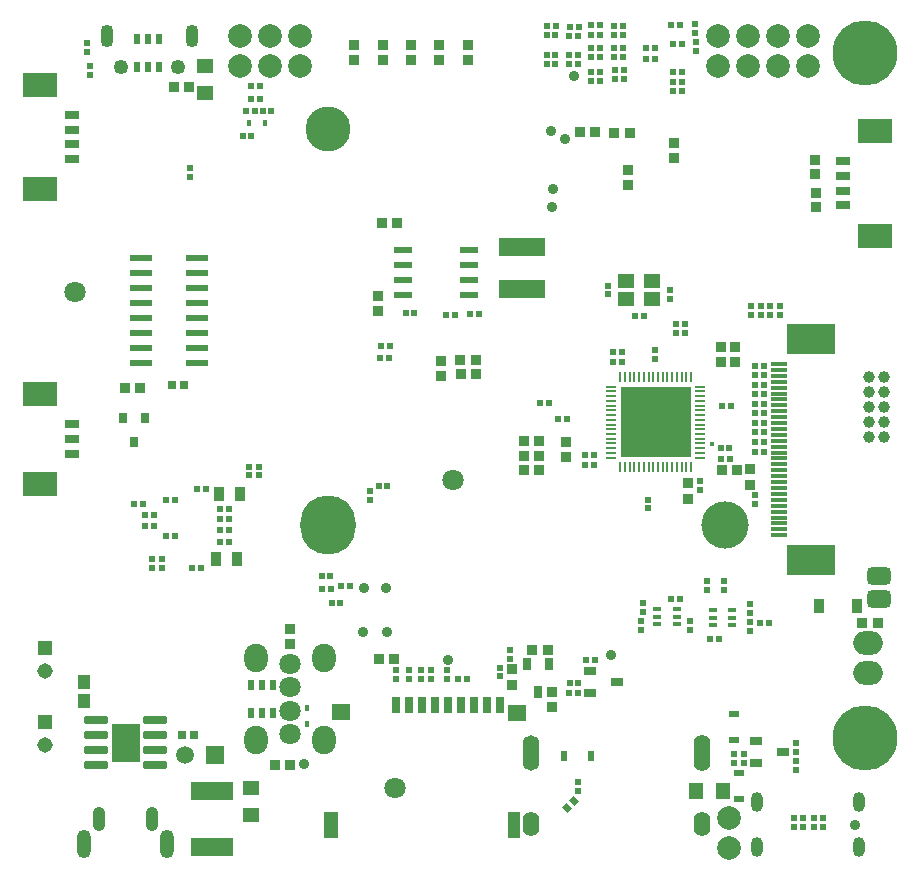
<source format=gbr>
%TF.GenerationSoftware,Altium Limited,Altium Designer,23.1.1 (15)*%
G04 Layer_Color=255*
%FSLAX45Y45*%
%MOMM*%
%TF.SameCoordinates,8C37DE4A-61E0-4A85-99FC-D0A1A2E6B02F*%
%TF.FilePolarity,Positive*%
%TF.FileFunction,Pads,Bot*%
%TF.Part,Single*%
G01*
G75*
%TA.AperFunction,SMDPad,CuDef*%
%ADD15R,0.80606X0.85822*%
%ADD16R,0.80000X0.90000*%
%ADD23R,0.85822X0.80606*%
%ADD24R,0.81280X0.93980*%
%ADD25R,3.00000X2.10000*%
%ADD31R,0.93980X0.81280*%
%TA.AperFunction,TestPad*%
%ADD35C,0.88900*%
%TA.AperFunction,SMDPad,CuDef*%
%ADD36R,0.55880X0.60960*%
%ADD38R,0.60960X0.55880*%
%ADD47R,1.45000X1.15000*%
%ADD59R,1.40000X0.30000*%
G04:AMPARAMS|DCode=62|XSize=0.8mm|YSize=0.55mm|CornerRadius=0mm|HoleSize=0mm|Usage=FLASHONLY|Rotation=90.000|XOffset=0mm|YOffset=0mm|HoleType=Round|Shape=RoundedRectangle|*
%AMROUNDEDRECTD62*
21,1,0.80000,0.55000,0,0,90.0*
21,1,0.80000,0.55000,0,0,90.0*
1,1,0.00000,0.27500,0.40000*
1,1,0.00000,0.27500,-0.40000*
1,1,0.00000,-0.27500,-0.40000*
1,1,0.00000,-0.27500,0.40000*
%
%ADD62ROUNDEDRECTD62*%
%ADD65R,0.40000X0.60000*%
%TA.AperFunction,FiducialPad,Global*%
%ADD66C,1.80000*%
%TA.AperFunction,SMDPad,CuDef*%
%ADD67R,0.83000X0.63000*%
%TA.AperFunction,ComponentPad*%
%ADD82O,1.20000X2.40000*%
%ADD83O,1.05000X2.10000*%
%ADD84C,1.50000*%
%ADD85R,1.50000X1.50000*%
%ADD86R,1.30800X1.30800*%
%ADD87C,1.30800*%
%ADD88O,2.00000X2.40000*%
%ADD89C,2.00000*%
%ADD90O,1.00000X1.70000*%
%ADD92C,5.50000*%
%ADD93O,1.10000X1.90000*%
%ADD94C,1.25000*%
%ADD95C,1.00000*%
%ADD96O,1.40000X3.00000*%
%ADD97O,1.40000X3.10000*%
%ADD98O,1.40000X2.10000*%
%ADD99C,1.80000*%
G04:AMPARAMS|DCode=100|XSize=1.5mm|YSize=2mm|CornerRadius=0.375mm|HoleSize=0mm|Usage=FLASHONLY|Rotation=90.000|XOffset=0mm|YOffset=0mm|HoleType=Round|Shape=RoundedRectangle|*
%AMROUNDEDRECTD100*
21,1,1.50000,1.25000,0,0,90.0*
21,1,0.75000,2.00000,0,0,90.0*
1,1,0.75000,0.62500,0.37500*
1,1,0.75000,0.62500,-0.37500*
1,1,0.75000,-0.62500,-0.37500*
1,1,0.75000,-0.62500,0.37500*
%
%ADD100ROUNDEDRECTD100*%
%ADD101O,2.50000X2.00000*%
%ADD104C,4.00000*%
%TA.AperFunction,SMDPad,CuDef*%
%ADD105R,0.70000X0.65000*%
%ADD106R,2.41300X3.30200*%
G04:AMPARAMS|DCode=107|XSize=1.97mm|YSize=0.6mm|CornerRadius=0.075mm|HoleSize=0mm|Usage=FLASHONLY|Rotation=180.000|XOffset=0mm|YOffset=0mm|HoleType=Round|Shape=RoundedRectangle|*
%AMROUNDEDRECTD107*
21,1,1.97000,0.45000,0,0,180.0*
21,1,1.82000,0.60000,0,0,180.0*
1,1,0.15000,-0.91000,0.22500*
1,1,0.15000,0.91000,0.22500*
1,1,0.15000,0.91000,-0.22500*
1,1,0.15000,-0.91000,-0.22500*
%
%ADD107ROUNDEDRECTD107*%
%ADD108R,1.30000X0.80000*%
%ADD109R,1.01213X1.15814*%
%ADD110R,0.76000X0.72000*%
%ADD111R,3.60000X1.52400*%
%ADD112R,1.98120X0.55880*%
%ADD113R,1.52000X0.60000*%
%ADD114R,3.98780X1.49860*%
%ADD115R,0.90000X1.30000*%
%ADD116R,0.80000X0.40000*%
%ADD117R,1.00000X2.20000*%
%ADD118R,1.20000X2.20000*%
%ADD119R,1.60000X1.40000*%
%ADD120R,0.70000X1.40000*%
%ADD121R,1.15000X1.45000*%
%ADD122R,1.05000X0.65000*%
%ADD123R,0.63000X0.83000*%
%ADD124R,0.91000X1.22000*%
%ADD125O,0.20000X1.00000*%
%ADD126O,1.00000X0.20000*%
G04:AMPARAMS|DCode=127|XSize=6mm|YSize=6mm|CornerRadius=0.15mm|HoleSize=0mm|Usage=FLASHONLY|Rotation=180.000|XOffset=0mm|YOffset=0mm|HoleType=Round|Shape=RoundedRectangle|*
%AMROUNDEDRECTD127*
21,1,6.00000,5.70000,0,0,180.0*
21,1,5.70000,6.00000,0,0,180.0*
1,1,0.30000,-2.85000,2.85000*
1,1,0.30000,2.85000,2.85000*
1,1,0.30000,2.85000,-2.85000*
1,1,0.30000,-2.85000,-2.85000*
%
%ADD127ROUNDEDRECTD127*%
%ADD128R,4.10000X2.50000*%
G04:AMPARAMS|DCode=129|XSize=0.6096mm|YSize=0.5588mm|CornerRadius=0mm|HoleSize=0mm|Usage=FLASHONLY|Rotation=135.000|XOffset=0mm|YOffset=0mm|HoleType=Round|Shape=Rectangle|*
%AMROTATEDRECTD129*
4,1,4,0.41309,-0.01796,0.01796,-0.41309,-0.41309,0.01796,-0.01796,0.41309,0.41309,-0.01796,0.0*
%
%ADD129ROTATEDRECTD129*%

%ADD130R,0.40000X0.48000*%
%ADD131R,0.65000X1.05000*%
%ADD132R,1.40000X1.15000*%
%TA.AperFunction,TestPad*%
%ADD133C,0.38100*%
%TA.AperFunction,ComponentPad*%
%ADD136O,4.70000X5.00000*%
%ADD137C,3.80000*%
D15*
X1040548Y4043680D02*
D03*
X920332D02*
D03*
D16*
X899160Y3787140D02*
D03*
X1089160D02*
D03*
X994160Y3587140D02*
D03*
D23*
X3097530Y6823292D02*
D03*
Y6943508D02*
D03*
X3337560Y6823292D02*
D03*
Y6943508D02*
D03*
X6769100Y5696368D02*
D03*
Y5576152D02*
D03*
X6758940Y5855552D02*
D03*
Y5975768D02*
D03*
X3817620Y6943508D02*
D03*
Y6823292D02*
D03*
X3577590Y6943508D02*
D03*
Y6823292D02*
D03*
X2857500Y6943508D02*
D03*
Y6823292D02*
D03*
D24*
X3220537Y5438140D02*
D03*
X3090540Y5438140D02*
D03*
X3757849Y4160774D02*
D03*
X3887846D02*
D03*
X3755309Y4277614D02*
D03*
X3885306D02*
D03*
X3065788Y1747547D02*
D03*
X3195785Y1747546D02*
D03*
X1331483Y6593493D02*
D03*
X1461480Y6593492D02*
D03*
X4899393Y6206461D02*
D03*
X4769396D02*
D03*
X5059921Y6200873D02*
D03*
X5189918D02*
D03*
X4365110Y1824846D02*
D03*
X4495107Y1824846D02*
D03*
X4293700Y3348409D02*
D03*
X4423697D02*
D03*
X4293700Y3592248D02*
D03*
X4423697D02*
D03*
X4293700Y3470328D02*
D03*
X4423697D02*
D03*
X6102217Y3349356D02*
D03*
X5972219D02*
D03*
X2183049Y853694D02*
D03*
X2313046D02*
D03*
X7159728Y2056270D02*
D03*
X7289726Y2056270D02*
D03*
D25*
X7268840Y5334000D02*
D03*
Y6219000D02*
D03*
X194260Y6611160D02*
D03*
Y5726160D02*
D03*
X194940Y3230880D02*
D03*
Y3990880D02*
D03*
D31*
X3595746Y4272026D02*
D03*
X3595746Y4142029D02*
D03*
X3062854Y4694174D02*
D03*
Y4824171D02*
D03*
X4532496Y1339251D02*
D03*
X4532496Y1469248D02*
D03*
X4653746Y3586393D02*
D03*
Y3456395D02*
D03*
X6208763Y3354406D02*
D03*
Y3224409D02*
D03*
X5685657Y3237088D02*
D03*
Y3107091D02*
D03*
X5966701Y4394231D02*
D03*
Y4264234D02*
D03*
X4193674Y1661811D02*
D03*
X4193674Y1531814D02*
D03*
X6083035Y4393268D02*
D03*
Y4263271D02*
D03*
X2313549Y2005186D02*
D03*
X2313549Y1875189D02*
D03*
X5174782Y5761966D02*
D03*
X5174783Y5891963D02*
D03*
X5566045Y6119266D02*
D03*
X5566045Y5989268D02*
D03*
D35*
X2940680Y2346960D02*
D03*
X7098660Y340360D02*
D03*
X4538340Y5727700D02*
D03*
X4525933Y6217347D02*
D03*
X3128640Y2349500D02*
D03*
X3133720Y1973580D02*
D03*
X2933060Y1976120D02*
D03*
X4535800Y5572760D02*
D03*
X4644126Y6154022D02*
D03*
X3655779Y1742212D02*
D03*
X5028742Y1779290D02*
D03*
X2435220Y855980D02*
D03*
X4720326Y6687422D02*
D03*
D36*
X5050961Y4266525D02*
D03*
X5125942D02*
D03*
X5049806Y4348093D02*
D03*
X5124787D02*
D03*
X4583642Y3783042D02*
D03*
X4658623D02*
D03*
X3912332Y4669003D02*
D03*
X3837351D02*
D03*
X3084088Y4401337D02*
D03*
X3159069D02*
D03*
X3292368Y4675657D02*
D03*
X3367349D02*
D03*
X3077891Y4300703D02*
D03*
X3152872D02*
D03*
X3632728Y4662957D02*
D03*
X3707709D02*
D03*
X2588788Y2343937D02*
D03*
X2663769D02*
D03*
X1087080Y2877820D02*
D03*
X1162080D02*
D03*
Y2969260D02*
D03*
X1087080D02*
D03*
X1070640Y3058160D02*
D03*
X995640D02*
D03*
X1558320Y2517140D02*
D03*
X1483320D02*
D03*
X1529040Y3185160D02*
D03*
X1604040D02*
D03*
X1797629Y2930677D02*
D03*
X1722648D02*
D03*
X1797629Y3014497D02*
D03*
X1722648D02*
D03*
X1800169Y2841777D02*
D03*
X1725188D02*
D03*
X1800169Y2740177D02*
D03*
X1725188D02*
D03*
X1340429Y2793517D02*
D03*
X1265448D02*
D03*
X1340429Y3093237D02*
D03*
X1265448D02*
D03*
X2156709Y6387211D02*
D03*
X2081728D02*
D03*
X1987647Y6177966D02*
D03*
X1912666D02*
D03*
X6823691Y323003D02*
D03*
X6748711D02*
D03*
X3814411Y1581333D02*
D03*
X3739430D02*
D03*
X6250590Y3504612D02*
D03*
X6325571D02*
D03*
X4428376Y3912977D02*
D03*
X4503356D02*
D03*
X4813236Y3394865D02*
D03*
X4888217D02*
D03*
X6047009Y3891246D02*
D03*
X5972028D02*
D03*
X4813236Y3474384D02*
D03*
X4888217D02*
D03*
X6367089Y2054377D02*
D03*
X6292108D02*
D03*
X2656149Y2448077D02*
D03*
X2581168D02*
D03*
X2747691Y2367763D02*
D03*
X2822672Y2367763D02*
D03*
X2666410Y2222982D02*
D03*
X2741391Y2222983D02*
D03*
X3064396Y3213604D02*
D03*
X3139376D02*
D03*
X5309426Y4655295D02*
D03*
X5234445D02*
D03*
X6250590Y4231535D02*
D03*
X6325571D02*
D03*
X5960699Y3445280D02*
D03*
X6035680D02*
D03*
X6034562Y3532605D02*
D03*
X5959582D02*
D03*
X4678718Y1459429D02*
D03*
X4753699D02*
D03*
X4756188Y1542767D02*
D03*
X4681207D02*
D03*
X4821853Y1736093D02*
D03*
X4896834D02*
D03*
X5942909Y1919757D02*
D03*
X5867928D02*
D03*
X5538734Y2256876D02*
D03*
X5613715D02*
D03*
X6823691Y403317D02*
D03*
X6748711D02*
D03*
X6582188D02*
D03*
X6657169D02*
D03*
Y323003D02*
D03*
X6582188D02*
D03*
X4763982Y7101777D02*
D03*
X4689002D02*
D03*
X4561232Y6865557D02*
D03*
X4486251D02*
D03*
X4751282Y7021462D02*
D03*
X4676302D02*
D03*
X4561232Y6785942D02*
D03*
X4486251D02*
D03*
X4938320Y6718237D02*
D03*
X4863339D02*
D03*
X5131360Y6844362D02*
D03*
X5056379D02*
D03*
X4938320Y6923977D02*
D03*
X4863339D02*
D03*
X4938320Y6639015D02*
D03*
X4863339D02*
D03*
X5131360Y6923977D02*
D03*
X5056379D02*
D03*
X4938320Y6844362D02*
D03*
X4863339D02*
D03*
X5631740Y6716180D02*
D03*
X5556759D02*
D03*
X5405629Y6920236D02*
D03*
X5330648D02*
D03*
X5618417Y7115044D02*
D03*
X5543436D02*
D03*
X4562349Y7109397D02*
D03*
X4487368D02*
D03*
X5131360D02*
D03*
X5056379D02*
D03*
X5633061Y6958445D02*
D03*
X5558080D02*
D03*
X4561232Y7029082D02*
D03*
X4486251D02*
D03*
X5131360D02*
D03*
X5056379D02*
D03*
X5405629Y6831662D02*
D03*
X5330648D02*
D03*
X5630521Y6556160D02*
D03*
X5555540D02*
D03*
X4938320Y7029082D02*
D03*
X4863339D02*
D03*
X4860194Y7118459D02*
D03*
X4935175D02*
D03*
X5631689Y6635382D02*
D03*
X5556708D02*
D03*
X1980967Y6491769D02*
D03*
X2055949D02*
D03*
X1980968Y6596069D02*
D03*
X2055948D02*
D03*
X1942868Y6387468D02*
D03*
X2017848D02*
D03*
X6250590Y4151256D02*
D03*
X6325571D02*
D03*
X6250590Y4069597D02*
D03*
X6325571D02*
D03*
X6250590Y3989319D02*
D03*
X6325571D02*
D03*
X6250590Y3909040D02*
D03*
X6325571D02*
D03*
X6250590Y3828762D02*
D03*
X6325571D02*
D03*
X6250590Y3748484D02*
D03*
X6325571D02*
D03*
X6250590Y3668206D02*
D03*
X6325571D02*
D03*
X6250590Y3584890D02*
D03*
X6325571D02*
D03*
X4676302Y6865557D02*
D03*
X4751282D02*
D03*
X4676302Y6785942D02*
D03*
X4751282D02*
D03*
D38*
X624683Y6766509D02*
D03*
Y6691528D02*
D03*
X6217280Y4661500D02*
D03*
Y4736500D02*
D03*
X6379840D02*
D03*
Y4661500D02*
D03*
X6461120Y4736500D02*
D03*
Y4661500D02*
D03*
X6298560Y4736500D02*
D03*
Y4661500D02*
D03*
X1144459Y2516762D02*
D03*
Y2591742D02*
D03*
X1233359Y2516762D02*
D03*
Y2591742D02*
D03*
X1467081Y5830507D02*
D03*
Y5905488D02*
D03*
X6159541Y865843D02*
D03*
Y940824D02*
D03*
X6070641D02*
D03*
Y865843D02*
D03*
X4093142Y1601141D02*
D03*
Y1676122D02*
D03*
X3644641Y1578448D02*
D03*
Y1653429D02*
D03*
X5529208Y4869522D02*
D03*
Y4794542D02*
D03*
X5010208Y4909594D02*
D03*
Y4834613D02*
D03*
X5402333Y4362072D02*
D03*
Y4287091D02*
D03*
X5787511Y3177601D02*
D03*
Y3252582D02*
D03*
X5662703Y4585069D02*
D03*
Y4510088D02*
D03*
X5845844Y2407088D02*
D03*
X5845845Y2332107D02*
D03*
X2987510Y3095875D02*
D03*
Y3170856D02*
D03*
X4180720Y1748679D02*
D03*
Y1823660D02*
D03*
X3322200Y1653429D02*
D03*
Y1578448D02*
D03*
X3208382Y1653429D02*
D03*
Y1578448D02*
D03*
X3426072Y1653429D02*
D03*
Y1578448D02*
D03*
X3507137D02*
D03*
Y1653429D02*
D03*
X6253950Y3136169D02*
D03*
Y3061188D02*
D03*
X6207602Y2212289D02*
D03*
Y2137308D02*
D03*
X5991702Y2407088D02*
D03*
Y2332107D02*
D03*
X6207602Y1984778D02*
D03*
Y2059758D02*
D03*
X5287157Y1996491D02*
D03*
Y2071472D02*
D03*
X5702092Y2069947D02*
D03*
Y1994966D02*
D03*
X5583480Y4510088D02*
D03*
Y4585069D02*
D03*
X5300772Y2225329D02*
D03*
Y2150348D02*
D03*
X6594846Y882471D02*
D03*
Y807491D02*
D03*
X6594846Y963481D02*
D03*
Y1038462D02*
D03*
X2049623Y3303168D02*
D03*
Y3378149D02*
D03*
X1965803Y3303168D02*
D03*
Y3378149D02*
D03*
X5064170Y6662630D02*
D03*
Y6737611D02*
D03*
X5143393Y6662630D02*
D03*
Y6737611D02*
D03*
X5741832Y7126302D02*
D03*
Y7051321D02*
D03*
X5754582Y6973448D02*
D03*
Y6898467D02*
D03*
X594401Y6960624D02*
D03*
Y6885643D02*
D03*
X5347649Y3098131D02*
D03*
Y3023150D02*
D03*
X4756753Y709991D02*
D03*
Y635010D02*
D03*
D47*
X1592204Y6772239D02*
D03*
Y6542239D02*
D03*
X1985640Y658560D02*
D03*
Y428560D02*
D03*
D59*
X6458071Y2896262D02*
D03*
Y2846262D02*
D03*
Y2946262D02*
D03*
Y2996262D02*
D03*
Y3096262D02*
D03*
Y3046262D02*
D03*
Y3396262D02*
D03*
Y3346262D02*
D03*
Y3446262D02*
D03*
X6458128Y4246604D02*
D03*
X6458071Y4096262D02*
D03*
Y3946262D02*
D03*
Y3796262D02*
D03*
Y3646262D02*
D03*
Y3496262D02*
D03*
Y2796262D02*
D03*
Y3196262D02*
D03*
Y3146262D02*
D03*
Y3246262D02*
D03*
Y3296262D02*
D03*
Y4196262D02*
D03*
Y4146262D02*
D03*
Y4046262D02*
D03*
Y3996262D02*
D03*
Y3896262D02*
D03*
Y3846262D02*
D03*
Y3746262D02*
D03*
Y3696262D02*
D03*
Y3596262D02*
D03*
Y3546262D02*
D03*
D62*
X1109851Y6760002D02*
D03*
Y6997002D02*
D03*
X1204851Y6760002D02*
D03*
X1014851Y6760002D02*
D03*
Y6997002D02*
D03*
X1204851D02*
D03*
X2077260Y1527740D02*
D03*
Y1290740D02*
D03*
X2172260D02*
D03*
Y1527740D02*
D03*
X1982260Y1290740D02*
D03*
Y1527740D02*
D03*
D65*
X1965957Y6282588D02*
D03*
X2105957D02*
D03*
D66*
X492120Y4859020D02*
D03*
X3693489Y3267138D02*
D03*
X3202300Y660400D02*
D03*
D67*
X6118220Y784600D02*
D03*
Y561600D02*
D03*
X6072500Y1059440D02*
D03*
Y1282440D02*
D03*
D82*
X571380Y182880D02*
D03*
X1271380D02*
D03*
D83*
X698880Y392880D02*
D03*
X1143880D02*
D03*
D84*
X1426840Y939800D02*
D03*
D85*
X1680840D02*
D03*
D86*
X240660Y1218540D02*
D03*
X238120Y1843380D02*
D03*
D87*
X240660Y1018540D02*
D03*
X238120Y1643380D02*
D03*
D88*
X2023000Y1060000D02*
D03*
X2603000D02*
D03*
Y1760000D02*
D03*
X2023000D02*
D03*
D89*
X6031042Y400676D02*
D03*
Y146676D02*
D03*
X6698000Y7023000D02*
D03*
X6444000D02*
D03*
X6190000D02*
D03*
X5936000D02*
D03*
Y6769000D02*
D03*
X6190000D02*
D03*
X6444000D02*
D03*
X6698000D02*
D03*
X2400080Y7023000D02*
D03*
X2146080D02*
D03*
X1892080D02*
D03*
Y6769000D02*
D03*
X2146080D02*
D03*
X2400080D02*
D03*
D90*
X6271000Y159500D02*
D03*
X7135000Y160000D02*
D03*
Y540000D02*
D03*
X6271000D02*
D03*
D92*
X7184552Y6880000D02*
D03*
Y1080000D02*
D03*
D93*
X1485002Y7025003D02*
D03*
X765002D02*
D03*
D94*
X880002Y6760003D02*
D03*
X1370002D02*
D03*
D95*
X7341000Y3882500D02*
D03*
Y3755500D02*
D03*
X7214000D02*
D03*
Y3628500D02*
D03*
Y3882500D02*
D03*
Y4009500D02*
D03*
X7341000Y3628500D02*
D03*
Y4009500D02*
D03*
X7214000Y4136500D02*
D03*
X7341000D02*
D03*
D96*
X4351200Y955000D02*
D03*
D97*
X5801199D02*
D03*
D98*
Y355000D02*
D03*
X4351200D02*
D03*
D99*
X2313000Y1110000D02*
D03*
Y1310000D02*
D03*
Y1510000D02*
D03*
Y1710000D02*
D03*
D100*
X7305000Y2253000D02*
D03*
Y2453000D02*
D03*
D101*
X7208300Y1627000D02*
D03*
Y1881000D02*
D03*
D104*
X5997871Y2879662D02*
D03*
D105*
X1402200Y1104900D02*
D03*
X1497200D02*
D03*
D106*
X922500Y1041400D02*
D03*
D107*
X675000Y1231900D02*
D03*
Y850900D02*
D03*
X1170000D02*
D03*
Y977900D02*
D03*
Y1104900D02*
D03*
Y1231900D02*
D03*
X675000Y977900D02*
D03*
Y1104900D02*
D03*
D108*
X6993840Y5964000D02*
D03*
Y5839000D02*
D03*
Y5714000D02*
D03*
Y5589000D02*
D03*
X469260Y5981160D02*
D03*
Y6106160D02*
D03*
Y6231160D02*
D03*
Y6356160D02*
D03*
X469940Y3735880D02*
D03*
Y3610880D02*
D03*
Y3485880D02*
D03*
D109*
X566420Y1555899D02*
D03*
Y1390501D02*
D03*
D110*
X1314980Y4066540D02*
D03*
X1412980D02*
D03*
D111*
X1650360Y627380D02*
D03*
Y157480D02*
D03*
D112*
X1525900Y4254500D02*
D03*
Y4381500D02*
D03*
Y4508500D02*
D03*
Y4635500D02*
D03*
Y4762500D02*
D03*
Y4889500D02*
D03*
Y5016500D02*
D03*
Y5143500D02*
D03*
X1053460D02*
D03*
Y5016500D02*
D03*
Y4889500D02*
D03*
Y4762500D02*
D03*
Y4635500D02*
D03*
Y4508500D02*
D03*
Y4381500D02*
D03*
Y4254500D02*
D03*
D113*
X3827970Y5082540D02*
D03*
Y5209540D02*
D03*
Y4955540D02*
D03*
X3267510Y5209540D02*
D03*
Y4955540D02*
D03*
X3827970Y4828540D02*
D03*
X3267510D02*
D03*
Y5082540D02*
D03*
D114*
X4281800Y4877140D02*
D03*
Y5237140D02*
D03*
D115*
X1710220Y3149600D02*
D03*
X1890220D02*
D03*
X1864820Y2595880D02*
D03*
X1684820D02*
D03*
D116*
X5424870Y2043200D02*
D03*
Y2108200D02*
D03*
Y2173200D02*
D03*
X5592370Y2043200D02*
D03*
Y2108200D02*
D03*
Y2173200D02*
D03*
X6059730Y2163040D02*
D03*
Y2098040D02*
D03*
Y2033040D02*
D03*
X5892230Y2163040D02*
D03*
Y2098040D02*
D03*
Y2033040D02*
D03*
D117*
X4210000Y340000D02*
D03*
D118*
X2660000D02*
D03*
D119*
X2750000Y1300000D02*
D03*
X4235000Y1290000D02*
D03*
D120*
X3209920Y1360000D02*
D03*
X3319920D02*
D03*
X3429920D02*
D03*
X3539920D02*
D03*
X3649920D02*
D03*
X3759920D02*
D03*
X3869920D02*
D03*
X3979920D02*
D03*
X4089920D02*
D03*
D121*
X5749220Y632460D02*
D03*
X5979220D02*
D03*
D122*
X6261623Y868333D02*
D03*
X6491623Y963333D02*
D03*
X6261623Y1058332D02*
D03*
X5082527Y1552927D02*
D03*
X4852527Y1647927D02*
D03*
Y1457927D02*
D03*
D123*
X4859283Y929293D02*
D03*
X4636283D02*
D03*
D124*
X6793132Y2197809D02*
D03*
X7118132D02*
D03*
D125*
X5589708Y3373937D02*
D03*
X5629708D02*
D03*
X5429708Y4133937D02*
D03*
X5669708Y3373937D02*
D03*
X5149708Y4133937D02*
D03*
X5229708D02*
D03*
X5349708Y3373937D02*
D03*
X5509708Y4133937D02*
D03*
X5469708D02*
D03*
X5549708D02*
D03*
X5709708D02*
D03*
X5669708D02*
D03*
X5589708D02*
D03*
X5629708D02*
D03*
X5149708Y3373937D02*
D03*
X5189708D02*
D03*
X5269708D02*
D03*
X5309708D02*
D03*
X5389708D02*
D03*
X5429708D02*
D03*
X5509708D02*
D03*
X5549708D02*
D03*
X5309708Y4133937D02*
D03*
X5269708D02*
D03*
X5109708Y3373937D02*
D03*
Y4133937D02*
D03*
X5189708D02*
D03*
X5469708Y3373937D02*
D03*
X5229708D02*
D03*
X5709708D02*
D03*
X5349708Y4133937D02*
D03*
X5389708D02*
D03*
D126*
X5789708Y3453937D02*
D03*
Y3493937D02*
D03*
X5029708Y3453937D02*
D03*
X5789708Y3893937D02*
D03*
X5029708Y3773937D02*
D03*
Y3493937D02*
D03*
X5789708Y3573937D02*
D03*
X5029708Y3533937D02*
D03*
X5789708Y3653937D02*
D03*
Y3613937D02*
D03*
Y3733937D02*
D03*
Y3693937D02*
D03*
Y3973937D02*
D03*
Y3933937D02*
D03*
Y4053937D02*
D03*
Y4013937D02*
D03*
Y3813937D02*
D03*
Y3773937D02*
D03*
X5029708Y3613937D02*
D03*
Y3653937D02*
D03*
Y3853937D02*
D03*
Y3893937D02*
D03*
Y3933937D02*
D03*
Y3973937D02*
D03*
Y4013937D02*
D03*
Y4053937D02*
D03*
Y3693937D02*
D03*
Y3733937D02*
D03*
X5789708Y3533937D02*
D03*
X5029708Y3573937D02*
D03*
Y3813937D02*
D03*
X5789708Y3853937D02*
D03*
D127*
X5409708Y3753937D02*
D03*
D128*
X6724119Y4459882D02*
D03*
Y2582642D02*
D03*
D129*
X4661495Y489899D02*
D03*
X4714514Y542919D02*
D03*
D130*
X2458600Y1333400D02*
D03*
Y1201400D02*
D03*
D131*
X4506860Y1702440D02*
D03*
X4411860Y1472440D02*
D03*
X4316860Y1702440D02*
D03*
D132*
X5162303Y4952672D02*
D03*
X5382318Y4792652D02*
D03*
X5162303D02*
D03*
X5382318Y4952672D02*
D03*
D133*
X5890633Y3570300D02*
D03*
D136*
X2637911Y2879662D02*
D03*
D137*
Y6239622D02*
D03*
%TF.MD5,ee7a3444ae437d6ecaa88f7048d57b54*%
M02*

</source>
